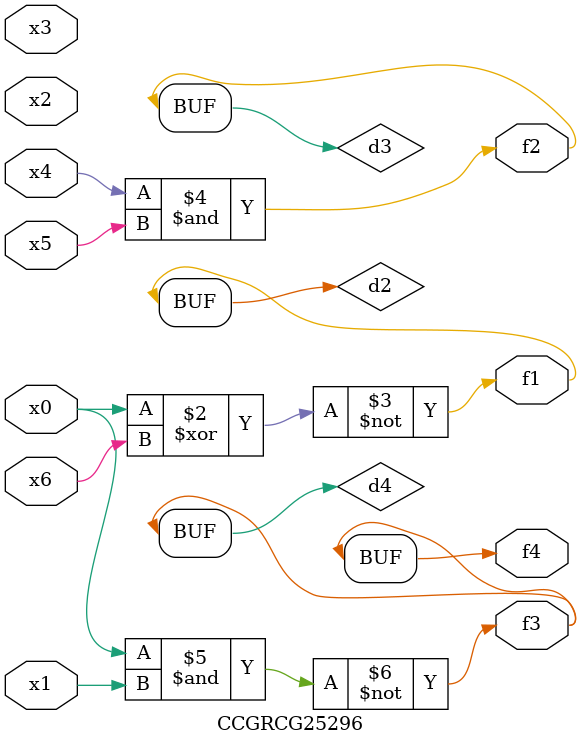
<source format=v>
module CCGRCG25296(
	input x0, x1, x2, x3, x4, x5, x6,
	output f1, f2, f3, f4
);

	wire d1, d2, d3, d4;

	nor (d1, x0);
	xnor (d2, x0, x6);
	and (d3, x4, x5);
	nand (d4, x0, x1);
	assign f1 = d2;
	assign f2 = d3;
	assign f3 = d4;
	assign f4 = d4;
endmodule

</source>
